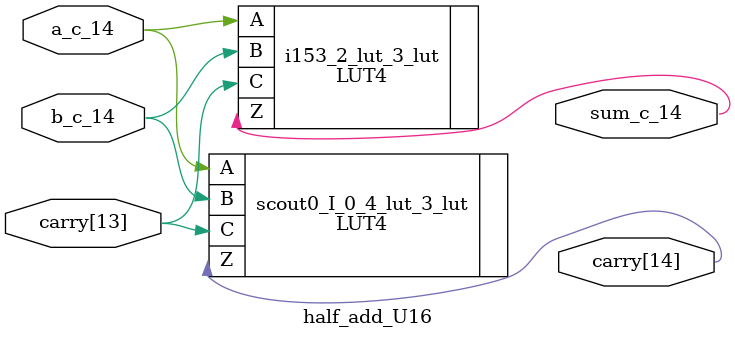
<source format=v>

module n_sum_1bit (cin, a, b, sum, cout);   // d:/rtl_fpga/vhdl/sum_component/nsumbits.vhd(4[8:18])
    input cin;   // d:/rtl_fpga/vhdl/sum_component/nsumbits.vhd(7[3:6])
    input [15:0]a;   // d:/rtl_fpga/vhdl/sum_component/nsumbits.vhd(8[3:4])
    input [15:0]b;   // d:/rtl_fpga/vhdl/sum_component/nsumbits.vhd(8[5:6])
    output [15:0]sum;   // d:/rtl_fpga/vhdl/sum_component/nsumbits.vhd(9[3:6])
    output cout;   // d:/rtl_fpga/vhdl/sum_component/nsumbits.vhd(10[3:7])
    
    
    wire cin_c, a_c_15, a_c_14, a_c_13, a_c_12, a_c_11, a_c_10, 
        a_c_9, a_c_8, a_c_7, a_c_6, a_c_5, a_c_4, a_c_3, a_c_2, 
        a_c_1, a_c_0, b_c_15, b_c_14, b_c_13, b_c_12, b_c_11, 
        b_c_10, b_c_9, b_c_8, b_c_7, b_c_6, b_c_5, b_c_4, b_c_3, 
        b_c_2, b_c_1, b_c_0, sum_c_15, sum_c_14, sum_c_13, sum_c_12, 
        sum_c_11, sum_c_10, sum_c_9, sum_c_8, sum_c_7, sum_c_6, 
        sum_c_5, sum_c_4, sum_c_3, sum_c_2, sum_c_1, sum_c_0;
    wire [15:0]carry;   // d:/rtl_fpga/vhdl/sum_component/nsumbits.vhd(15[9:14])
    
    wire VCC_net, GND_net;
    
    VHI i264 (.Z(VCC_net));
    OB sum_pad_6 (.I(sum_c_6), .O(sum[6]));   // d:/rtl_fpga/vhdl/sum_component/nsumbits.vhd(9[3:6])
    OB sum_pad_7 (.I(sum_c_7), .O(sum[7]));   // d:/rtl_fpga/vhdl/sum_component/nsumbits.vhd(9[3:6])
    GSR GSR_INST (.GSR(VCC_net));
    IB b_pad_0 (.I(b[0]), .O(b_c_0));   // d:/rtl_fpga/vhdl/sum_component/nsumbits.vhd(8[5:6])
    IB b_pad_1 (.I(b[1]), .O(b_c_1));   // d:/rtl_fpga/vhdl/sum_component/nsumbits.vhd(8[5:6])
    IB b_pad_2 (.I(b[2]), .O(b_c_2));   // d:/rtl_fpga/vhdl/sum_component/nsumbits.vhd(8[5:6])
    OB sum_pad_11 (.I(sum_c_11), .O(sum[11]));   // d:/rtl_fpga/vhdl/sum_component/nsumbits.vhd(9[3:6])
    IB b_pad_3 (.I(b[3]), .O(b_c_3));   // d:/rtl_fpga/vhdl/sum_component/nsumbits.vhd(8[5:6])
    IB b_pad_4 (.I(b[4]), .O(b_c_4));   // d:/rtl_fpga/vhdl/sum_component/nsumbits.vhd(8[5:6])
    OB sum_pad_12 (.I(sum_c_12), .O(sum[12]));   // d:/rtl_fpga/vhdl/sum_component/nsumbits.vhd(9[3:6])
    IB b_pad_5 (.I(b[5]), .O(b_c_5));   // d:/rtl_fpga/vhdl/sum_component/nsumbits.vhd(8[5:6])
    IB b_pad_6 (.I(b[6]), .O(b_c_6));   // d:/rtl_fpga/vhdl/sum_component/nsumbits.vhd(8[5:6])
    OB sum_pad_13 (.I(sum_c_13), .O(sum[13]));   // d:/rtl_fpga/vhdl/sum_component/nsumbits.vhd(9[3:6])
    IB b_pad_7 (.I(b[7]), .O(b_c_7));   // d:/rtl_fpga/vhdl/sum_component/nsumbits.vhd(8[5:6])
    IB b_pad_8 (.I(b[8]), .O(b_c_8));   // d:/rtl_fpga/vhdl/sum_component/nsumbits.vhd(8[5:6])
    OB sum_pad_14 (.I(sum_c_14), .O(sum[14]));   // d:/rtl_fpga/vhdl/sum_component/nsumbits.vhd(9[3:6])
    IB b_pad_9 (.I(b[9]), .O(b_c_9));   // d:/rtl_fpga/vhdl/sum_component/nsumbits.vhd(8[5:6])
    IB b_pad_10 (.I(b[10]), .O(b_c_10));   // d:/rtl_fpga/vhdl/sum_component/nsumbits.vhd(8[5:6])
    OB sum_pad_10 (.I(sum_c_10), .O(sum[10]));   // d:/rtl_fpga/vhdl/sum_component/nsumbits.vhd(9[3:6])
    IB b_pad_11 (.I(b[11]), .O(b_c_11));   // d:/rtl_fpga/vhdl/sum_component/nsumbits.vhd(8[5:6])
    IB b_pad_12 (.I(b[12]), .O(b_c_12));   // d:/rtl_fpga/vhdl/sum_component/nsumbits.vhd(8[5:6])
    IB b_pad_13 (.I(b[13]), .O(b_c_13));   // d:/rtl_fpga/vhdl/sum_component/nsumbits.vhd(8[5:6])
    IB b_pad_14 (.I(b[14]), .O(b_c_14));   // d:/rtl_fpga/vhdl/sum_component/nsumbits.vhd(8[5:6])
    IB b_pad_15 (.I(b[15]), .O(b_c_15));   // d:/rtl_fpga/vhdl/sum_component/nsumbits.vhd(8[5:6])
    IB a_pad_0 (.I(a[0]), .O(a_c_0));   // d:/rtl_fpga/vhdl/sum_component/nsumbits.vhd(8[3:4])
    IB a_pad_1 (.I(a[1]), .O(a_c_1));   // d:/rtl_fpga/vhdl/sum_component/nsumbits.vhd(8[3:4])
    IB a_pad_2 (.I(a[2]), .O(a_c_2));   // d:/rtl_fpga/vhdl/sum_component/nsumbits.vhd(8[3:4])
    IB a_pad_3 (.I(a[3]), .O(a_c_3));   // d:/rtl_fpga/vhdl/sum_component/nsumbits.vhd(8[3:4])
    IB a_pad_4 (.I(a[4]), .O(a_c_4));   // d:/rtl_fpga/vhdl/sum_component/nsumbits.vhd(8[3:4])
    IB a_pad_5 (.I(a[5]), .O(a_c_5));   // d:/rtl_fpga/vhdl/sum_component/nsumbits.vhd(8[3:4])
    IB a_pad_6 (.I(a[6]), .O(a_c_6));   // d:/rtl_fpga/vhdl/sum_component/nsumbits.vhd(8[3:4])
    IB a_pad_7 (.I(a[7]), .O(a_c_7));   // d:/rtl_fpga/vhdl/sum_component/nsumbits.vhd(8[3:4])
    IB a_pad_8 (.I(a[8]), .O(a_c_8));   // d:/rtl_fpga/vhdl/sum_component/nsumbits.vhd(8[3:4])
    IB a_pad_9 (.I(a[9]), .O(a_c_9));   // d:/rtl_fpga/vhdl/sum_component/nsumbits.vhd(8[3:4])
    IB a_pad_10 (.I(a[10]), .O(a_c_10));   // d:/rtl_fpga/vhdl/sum_component/nsumbits.vhd(8[3:4])
    IB a_pad_11 (.I(a[11]), .O(a_c_11));   // d:/rtl_fpga/vhdl/sum_component/nsumbits.vhd(8[3:4])
    IB a_pad_12 (.I(a[12]), .O(a_c_12));   // d:/rtl_fpga/vhdl/sum_component/nsumbits.vhd(8[3:4])
    IB a_pad_13 (.I(a[13]), .O(a_c_13));   // d:/rtl_fpga/vhdl/sum_component/nsumbits.vhd(8[3:4])
    IB a_pad_14 (.I(a[14]), .O(a_c_14));   // d:/rtl_fpga/vhdl/sum_component/nsumbits.vhd(8[3:4])
    IB a_pad_15 (.I(a[15]), .O(a_c_15));   // d:/rtl_fpga/vhdl/sum_component/nsumbits.vhd(8[3:4])
    OB sum_pad_15 (.I(sum_c_15), .O(sum[15]));   // d:/rtl_fpga/vhdl/sum_component/nsumbits.vhd(9[3:6])
    IB cin_pad (.I(cin), .O(cin_c));   // d:/rtl_fpga/vhdl/sum_component/nsumbits.vhd(7[3:6])
    OB cout_pad (.I(GND_net), .O(cout));   // d:/rtl_fpga/vhdl/sum_component/nsumbits.vhd(10[3:7])
    OB sum_pad_0 (.I(sum_c_0), .O(sum[0]));   // d:/rtl_fpga/vhdl/sum_component/nsumbits.vhd(9[3:6])
    OB sum_pad_1 (.I(sum_c_1), .O(sum[1]));   // d:/rtl_fpga/vhdl/sum_component/nsumbits.vhd(9[3:6])
    OB sum_pad_2 (.I(sum_c_2), .O(sum[2]));   // d:/rtl_fpga/vhdl/sum_component/nsumbits.vhd(9[3:6])
    OB sum_pad_3 (.I(sum_c_3), .O(sum[3]));   // d:/rtl_fpga/vhdl/sum_component/nsumbits.vhd(9[3:6])
    OB sum_pad_4 (.I(sum_c_4), .O(sum[4]));   // d:/rtl_fpga/vhdl/sum_component/nsumbits.vhd(9[3:6])
    OB sum_pad_9 (.I(sum_c_9), .O(sum[9]));   // d:/rtl_fpga/vhdl/sum_component/nsumbits.vhd(9[3:6])
    OB sum_pad_5 (.I(sum_c_5), .O(sum[5]));   // d:/rtl_fpga/vhdl/sum_component/nsumbits.vhd(9[3:6])
    OB sum_pad_8 (.I(sum_c_8), .O(sum[8]));   // d:/rtl_fpga/vhdl/sum_component/nsumbits.vhd(9[3:6])
    sum_1bit_U38 \g1_0..add0.uut  (.cin_c(cin_c), .a_c_0(a_c_0), .b_c_0(b_c_0), 
            .sum_c_0(sum_c_0), .\carry[0] (carry[0]));   // d:/rtl_fpga/vhdl/sum_component/nsumbits.vhd(26[8:16])
    sum_1bit_U34 \g1_13..adds.uut  (.a_c_13(a_c_13), .b_c_13(b_c_13), .\carry[12] (carry[12]), 
            .sum_c_13(sum_c_13), .\carry[13] (carry[13]));   // d:/rtl_fpga/vhdl/sum_component/nsumbits.vhd(35[8:16])
    sum_1bit_U32 \g1_15..adds.uut  (.\carry[14] (carry[14]), .b_c_15(b_c_15), 
            .a_c_15(a_c_15), .sum_c_15(sum_c_15));   // d:/rtl_fpga/vhdl/sum_component/nsumbits.vhd(35[8:16])
    sum_1bit_U31 \g1_1..adds.uut  (.\carry[0] (carry[0]), .a_c_1(a_c_1), 
            .b_c_1(b_c_1), .sum_c_1(sum_c_1), .\carry[1] (carry[1]));   // d:/rtl_fpga/vhdl/sum_component/nsumbits.vhd(35[8:16])
    sum_1bit_U30 \g1_2..adds.uut  (.\carry[1] (carry[1]), .a_c_2(a_c_2), 
            .b_c_2(b_c_2), .sum_c_2(sum_c_2), .\carry[2] (carry[2]));   // d:/rtl_fpga/vhdl/sum_component/nsumbits.vhd(35[8:16])
    sum_1bit_U29 \g1_3..adds.uut  (.\carry[2] (carry[2]), .a_c_3(a_c_3), 
            .b_c_3(b_c_3), .sum_c_3(sum_c_3), .\carry[3] (carry[3]));   // d:/rtl_fpga/vhdl/sum_component/nsumbits.vhd(35[8:16])
    sum_1bit_U24 \g1_8..adds.uut  (.\carry[7] (carry[7]), .a_c_8(a_c_8), 
            .b_c_8(b_c_8), .sum_c_8(sum_c_8), .\carry[8] (carry[8]));   // d:/rtl_fpga/vhdl/sum_component/nsumbits.vhd(35[8:16])
    sum_1bit_U28 \g1_4..adds.uut  (.\carry[3] (carry[3]), .a_c_4(a_c_4), 
            .b_c_4(b_c_4), .sum_c_4(sum_c_4), .\carry[4] (carry[4]));   // d:/rtl_fpga/vhdl/sum_component/nsumbits.vhd(35[8:16])
    sum_1bit_U25 \g1_7..adds.uut  (.a_c_7(a_c_7), .b_c_7(b_c_7), .\carry[6] (carry[6]), 
            .sum_c_7(sum_c_7), .\carry[7] (carry[7]));   // d:/rtl_fpga/vhdl/sum_component/nsumbits.vhd(35[8:16])
    sum_1bit_U35 \g1_12..adds.uut  (.a_c_12(a_c_12), .b_c_12(b_c_12), .\carry[11] (carry[11]), 
            .sum_c_12(sum_c_12), .\carry[12] (carry[12]));   // d:/rtl_fpga/vhdl/sum_component/nsumbits.vhd(35[8:16])
    sum_1bit_U36 \g1_11..adds.uut  (.a_c_11(a_c_11), .b_c_11(b_c_11), .\carry[10] (carry[10]), 
            .sum_c_11(sum_c_11), .\carry[11] (carry[11]));   // d:/rtl_fpga/vhdl/sum_component/nsumbits.vhd(35[8:16])
    sum_1bit_U37 \g1_10..adds.uut  (.\carry[9] (carry[9]), .a_c_10(a_c_10), 
            .b_c_10(b_c_10), .sum_c_10(sum_c_10), .\carry[10] (carry[10]));   // d:/rtl_fpga/vhdl/sum_component/nsumbits.vhd(35[8:16])
    sum_1bit_U27 \g1_5..adds.uut  (.\carry[4] (carry[4]), .a_c_5(a_c_5), 
            .b_c_5(b_c_5), .sum_c_5(sum_c_5), .\carry[5] (carry[5]));   // d:/rtl_fpga/vhdl/sum_component/nsumbits.vhd(35[8:16])
    sum_1bit_U26 \g1_6..adds.uut  (.a_c_6(a_c_6), .b_c_6(b_c_6), .\carry[5] (carry[5]), 
            .sum_c_6(sum_c_6), .\carry[6] (carry[6]));   // d:/rtl_fpga/vhdl/sum_component/nsumbits.vhd(35[8:16])
    sum_1bit \g1_9..adds.uut  (.\carry[8] (carry[8]), .a_c_9(a_c_9), .b_c_9(b_c_9), 
            .sum_c_9(sum_c_9), .\carry[9] (carry[9]));   // d:/rtl_fpga/vhdl/sum_component/nsumbits.vhd(35[8:16])
    sum_1bit_U33 \g1_14..adds.uut  (.a_c_14(a_c_14), .b_c_14(b_c_14), .\carry[13] (carry[13]), 
            .sum_c_14(sum_c_14), .\carry[14] (carry[14]));   // d:/rtl_fpga/vhdl/sum_component/nsumbits.vhd(35[8:16])
    PUR PUR_INST (.PUR(VCC_net));
    defparam PUR_INST.RST_PULSE = 1;
    VLO i7 (.Z(GND_net));
    
endmodule
//
// Verilog Description of module sum_1bit_U38
//

module sum_1bit_U38 (cin_c, a_c_0, b_c_0, sum_c_0, \carry[0] );
    input cin_c;
    input a_c_0;
    input b_c_0;
    output sum_c_0;
    output \carry[0] ;
    
    
    half_add_U22 hadd1 (.cin_c(cin_c), .a_c_0(a_c_0), .b_c_0(b_c_0), .sum_c_0(sum_c_0));   // d:/rtl_fpga/vhdl/sum_component/sum_1bit.vhd(31[8:16])
    half_add_U23 hadd0 (.a_c_0(a_c_0), .b_c_0(b_c_0), .cin_c(cin_c), .\carry[0] (\carry[0] ));   // d:/rtl_fpga/vhdl/sum_component/sum_1bit.vhd(25[8:16])
    
endmodule
//
// Verilog Description of module half_add_U22
//

module half_add_U22 (cin_c, a_c_0, b_c_0, sum_c_0);
    input cin_c;
    input a_c_0;
    input b_c_0;
    output sum_c_0;
    
    
    LUT4 i55_3_lut (.A(cin_c), .B(a_c_0), .C(b_c_0), .Z(sum_c_0)) /* synthesis lut_function=(A (B (C)+!B !(C))+!A !(B (C)+!B !(C))) */ ;
    defparam i55_3_lut.init = 16'h9696;
    
endmodule
//
// Verilog Description of module half_add_U23
//

module half_add_U23 (a_c_0, b_c_0, cin_c, \carry[0] );
    input a_c_0;
    input b_c_0;
    input cin_c;
    output \carry[0] ;
    
    
    LUT4 scout0_I_0_4_lut_3_lut (.A(a_c_0), .B(b_c_0), .C(cin_c), .Z(\carry[0] )) /* synthesis lut_function=(A (B+(C))+!A (B (C))) */ ;
    defparam scout0_I_0_4_lut_3_lut.init = 16'he8e8;
    
endmodule
//
// Verilog Description of module sum_1bit_U34
//

module sum_1bit_U34 (a_c_13, b_c_13, \carry[12] , sum_c_13, \carry[13] );
    input a_c_13;
    input b_c_13;
    input \carry[12] ;
    output sum_c_13;
    output \carry[13] ;
    
    
    half_add_U17 hadd0 (.a_c_13(a_c_13), .b_c_13(b_c_13), .\carry[12] (\carry[12] ), 
            .sum_c_13(sum_c_13), .\carry[13] (\carry[13] ));   // d:/rtl_fpga/vhdl/sum_component/sum_1bit.vhd(25[8:16])
    
endmodule
//
// Verilog Description of module half_add_U17
//

module half_add_U17 (a_c_13, b_c_13, \carry[12] , sum_c_13, \carry[13] );
    input a_c_13;
    input b_c_13;
    input \carry[12] ;
    output sum_c_13;
    output \carry[13] ;
    
    
    LUT4 i146_2_lut_3_lut (.A(a_c_13), .B(b_c_13), .C(\carry[12] ), .Z(sum_c_13)) /* synthesis lut_function=(A (B (C)+!B !(C))+!A !(B (C)+!B !(C))) */ ;
    defparam i146_2_lut_3_lut.init = 16'h9696;
    LUT4 scout0_I_0_4_lut_3_lut (.A(a_c_13), .B(b_c_13), .C(\carry[12] ), 
         .Z(\carry[13] )) /* synthesis lut_function=(A (B+(C))+!A (B (C))) */ ;
    defparam scout0_I_0_4_lut_3_lut.init = 16'he8e8;
    
endmodule
//
// Verilog Description of module sum_1bit_U32
//

module sum_1bit_U32 (\carry[14] , b_c_15, a_c_15, sum_c_15);
    input \carry[14] ;
    input b_c_15;
    input a_c_15;
    output sum_c_15;
    
    
    half_add_U15 hadd1 (.\carry[14] (\carry[14] ), .b_c_15(b_c_15), .a_c_15(a_c_15), 
            .sum_c_15(sum_c_15));   // d:/rtl_fpga/vhdl/sum_component/sum_1bit.vhd(31[8:16])
    
endmodule
//
// Verilog Description of module half_add_U15
//

module half_add_U15 (\carry[14] , b_c_15, a_c_15, sum_c_15);
    input \carry[14] ;
    input b_c_15;
    input a_c_15;
    output sum_c_15;
    
    
    LUT4 i2_3_lut (.A(\carry[14] ), .B(b_c_15), .C(a_c_15), .Z(sum_c_15)) /* synthesis lut_function=(A (B (C)+!B !(C))+!A !(B (C)+!B !(C))) */ ;
    defparam i2_3_lut.init = 16'h9696;
    
endmodule
//
// Verilog Description of module sum_1bit_U31
//

module sum_1bit_U31 (\carry[0] , a_c_1, b_c_1, sum_c_1, \carry[1] );
    input \carry[0] ;
    input a_c_1;
    input b_c_1;
    output sum_c_1;
    output \carry[1] ;
    
    
    half_add_U13 hadd1 (.\carry[0] (\carry[0] ), .a_c_1(a_c_1), .b_c_1(b_c_1), 
            .sum_c_1(sum_c_1));   // d:/rtl_fpga/vhdl/sum_component/sum_1bit.vhd(31[8:16])
    half_add_U14 hadd0 (.a_c_1(a_c_1), .b_c_1(b_c_1), .\carry[0] (\carry[0] ), 
            .\carry[1] (\carry[1] ));   // d:/rtl_fpga/vhdl/sum_component/sum_1bit.vhd(25[8:16])
    
endmodule
//
// Verilog Description of module half_add_U13
//

module half_add_U13 (\carry[0] , a_c_1, b_c_1, sum_c_1);
    input \carry[0] ;
    input a_c_1;
    input b_c_1;
    output sum_c_1;
    
    
    LUT4 i62_3_lut (.A(\carry[0] ), .B(a_c_1), .C(b_c_1), .Z(sum_c_1)) /* synthesis lut_function=(A (B (C)+!B !(C))+!A !(B (C)+!B !(C))) */ ;
    defparam i62_3_lut.init = 16'h9696;
    
endmodule
//
// Verilog Description of module half_add_U14
//

module half_add_U14 (a_c_1, b_c_1, \carry[0] , \carry[1] );
    input a_c_1;
    input b_c_1;
    input \carry[0] ;
    output \carry[1] ;
    
    
    LUT4 scout0_I_0_4_lut_3_lut (.A(a_c_1), .B(b_c_1), .C(\carry[0] ), 
         .Z(\carry[1] )) /* synthesis lut_function=(A (B+(C))+!A (B (C))) */ ;
    defparam scout0_I_0_4_lut_3_lut.init = 16'he8e8;
    
endmodule
//
// Verilog Description of module sum_1bit_U30
//

module sum_1bit_U30 (\carry[1] , a_c_2, b_c_2, sum_c_2, \carry[2] );
    input \carry[1] ;
    input a_c_2;
    input b_c_2;
    output sum_c_2;
    output \carry[2] ;
    
    
    half_add_U11 hadd1 (.\carry[1] (\carry[1] ), .a_c_2(a_c_2), .b_c_2(b_c_2), 
            .sum_c_2(sum_c_2));   // d:/rtl_fpga/vhdl/sum_component/sum_1bit.vhd(31[8:16])
    half_add_U12 hadd0 (.a_c_2(a_c_2), .b_c_2(b_c_2), .\carry[1] (\carry[1] ), 
            .\carry[2] (\carry[2] ));   // d:/rtl_fpga/vhdl/sum_component/sum_1bit.vhd(25[8:16])
    
endmodule
//
// Verilog Description of module half_add_U11
//

module half_add_U11 (\carry[1] , a_c_2, b_c_2, sum_c_2);
    input \carry[1] ;
    input a_c_2;
    input b_c_2;
    output sum_c_2;
    
    
    LUT4 i69_3_lut (.A(\carry[1] ), .B(a_c_2), .C(b_c_2), .Z(sum_c_2)) /* synthesis lut_function=(A (B (C)+!B !(C))+!A !(B (C)+!B !(C))) */ ;
    defparam i69_3_lut.init = 16'h9696;
    
endmodule
//
// Verilog Description of module half_add_U12
//

module half_add_U12 (a_c_2, b_c_2, \carry[1] , \carry[2] );
    input a_c_2;
    input b_c_2;
    input \carry[1] ;
    output \carry[2] ;
    
    
    LUT4 scout0_I_0_4_lut_3_lut (.A(a_c_2), .B(b_c_2), .C(\carry[1] ), 
         .Z(\carry[2] )) /* synthesis lut_function=(A (B+(C))+!A (B (C))) */ ;
    defparam scout0_I_0_4_lut_3_lut.init = 16'he8e8;
    
endmodule
//
// Verilog Description of module sum_1bit_U29
//

module sum_1bit_U29 (\carry[2] , a_c_3, b_c_3, sum_c_3, \carry[3] );
    input \carry[2] ;
    input a_c_3;
    input b_c_3;
    output sum_c_3;
    output \carry[3] ;
    
    
    half_add_U9 hadd1 (.\carry[2] (\carry[2] ), .a_c_3(a_c_3), .b_c_3(b_c_3), 
            .sum_c_3(sum_c_3));   // d:/rtl_fpga/vhdl/sum_component/sum_1bit.vhd(31[8:16])
    half_add_U10 hadd0 (.a_c_3(a_c_3), .b_c_3(b_c_3), .\carry[2] (\carry[2] ), 
            .\carry[3] (\carry[3] ));   // d:/rtl_fpga/vhdl/sum_component/sum_1bit.vhd(25[8:16])
    
endmodule
//
// Verilog Description of module half_add_U9
//

module half_add_U9 (\carry[2] , a_c_3, b_c_3, sum_c_3);
    input \carry[2] ;
    input a_c_3;
    input b_c_3;
    output sum_c_3;
    
    
    LUT4 i76_3_lut (.A(\carry[2] ), .B(a_c_3), .C(b_c_3), .Z(sum_c_3)) /* synthesis lut_function=(A (B (C)+!B !(C))+!A !(B (C)+!B !(C))) */ ;
    defparam i76_3_lut.init = 16'h9696;
    
endmodule
//
// Verilog Description of module half_add_U10
//

module half_add_U10 (a_c_3, b_c_3, \carry[2] , \carry[3] );
    input a_c_3;
    input b_c_3;
    input \carry[2] ;
    output \carry[3] ;
    
    
    LUT4 scout0_I_0_4_lut_3_lut (.A(a_c_3), .B(b_c_3), .C(\carry[2] ), 
         .Z(\carry[3] )) /* synthesis lut_function=(A (B+(C))+!A (B (C))) */ ;
    defparam scout0_I_0_4_lut_3_lut.init = 16'he8e8;
    
endmodule
//
// Verilog Description of module sum_1bit_U24
//

module sum_1bit_U24 (\carry[7] , a_c_8, b_c_8, sum_c_8, \carry[8] );
    input \carry[7] ;
    input a_c_8;
    input b_c_8;
    output sum_c_8;
    output \carry[8] ;
    
    
    half_add_U1 hadd1 (.\carry[7] (\carry[7] ), .a_c_8(a_c_8), .b_c_8(b_c_8), 
            .sum_c_8(sum_c_8));   // d:/rtl_fpga/vhdl/sum_component/sum_1bit.vhd(31[8:16])
    half_add_U2 hadd0 (.a_c_8(a_c_8), .b_c_8(b_c_8), .\carry[7] (\carry[7] ), 
            .\carry[8] (\carry[8] ));   // d:/rtl_fpga/vhdl/sum_component/sum_1bit.vhd(25[8:16])
    
endmodule
//
// Verilog Description of module half_add_U1
//

module half_add_U1 (\carry[7] , a_c_8, b_c_8, sum_c_8);
    input \carry[7] ;
    input a_c_8;
    input b_c_8;
    output sum_c_8;
    
    
    LUT4 i111_3_lut (.A(\carry[7] ), .B(a_c_8), .C(b_c_8), .Z(sum_c_8)) /* synthesis lut_function=(A (B (C)+!B !(C))+!A !(B (C)+!B !(C))) */ ;
    defparam i111_3_lut.init = 16'h9696;
    
endmodule
//
// Verilog Description of module half_add_U2
//

module half_add_U2 (a_c_8, b_c_8, \carry[7] , \carry[8] );
    input a_c_8;
    input b_c_8;
    input \carry[7] ;
    output \carry[8] ;
    
    
    LUT4 scout0_I_0_4_lut_3_lut (.A(a_c_8), .B(b_c_8), .C(\carry[7] ), 
         .Z(\carry[8] )) /* synthesis lut_function=(A (B+(C))+!A (B (C))) */ ;
    defparam scout0_I_0_4_lut_3_lut.init = 16'he8e8;
    
endmodule
//
// Verilog Description of module sum_1bit_U28
//

module sum_1bit_U28 (\carry[3] , a_c_4, b_c_4, sum_c_4, \carry[4] );
    input \carry[3] ;
    input a_c_4;
    input b_c_4;
    output sum_c_4;
    output \carry[4] ;
    
    
    half_add_U7 hadd1 (.\carry[3] (\carry[3] ), .a_c_4(a_c_4), .b_c_4(b_c_4), 
            .sum_c_4(sum_c_4));   // d:/rtl_fpga/vhdl/sum_component/sum_1bit.vhd(31[8:16])
    half_add_U8 hadd0 (.a_c_4(a_c_4), .b_c_4(b_c_4), .\carry[3] (\carry[3] ), 
            .\carry[4] (\carry[4] ));   // d:/rtl_fpga/vhdl/sum_component/sum_1bit.vhd(25[8:16])
    
endmodule
//
// Verilog Description of module half_add_U7
//

module half_add_U7 (\carry[3] , a_c_4, b_c_4, sum_c_4);
    input \carry[3] ;
    input a_c_4;
    input b_c_4;
    output sum_c_4;
    
    
    LUT4 i83_3_lut (.A(\carry[3] ), .B(a_c_4), .C(b_c_4), .Z(sum_c_4)) /* synthesis lut_function=(A (B (C)+!B !(C))+!A !(B (C)+!B !(C))) */ ;
    defparam i83_3_lut.init = 16'h9696;
    
endmodule
//
// Verilog Description of module half_add_U8
//

module half_add_U8 (a_c_4, b_c_4, \carry[3] , \carry[4] );
    input a_c_4;
    input b_c_4;
    input \carry[3] ;
    output \carry[4] ;
    
    
    LUT4 scout0_I_0_4_lut_3_lut (.A(a_c_4), .B(b_c_4), .C(\carry[3] ), 
         .Z(\carry[4] )) /* synthesis lut_function=(A (B+(C))+!A (B (C))) */ ;
    defparam scout0_I_0_4_lut_3_lut.init = 16'he8e8;
    
endmodule
//
// Verilog Description of module sum_1bit_U25
//

module sum_1bit_U25 (a_c_7, b_c_7, \carry[6] , sum_c_7, \carry[7] );
    input a_c_7;
    input b_c_7;
    input \carry[6] ;
    output sum_c_7;
    output \carry[7] ;
    
    
    half_add_U3 hadd0 (.a_c_7(a_c_7), .b_c_7(b_c_7), .\carry[6] (\carry[6] ), 
            .sum_c_7(sum_c_7), .\carry[7] (\carry[7] ));   // d:/rtl_fpga/vhdl/sum_component/sum_1bit.vhd(25[8:16])
    
endmodule
//
// Verilog Description of module half_add_U3
//

module half_add_U3 (a_c_7, b_c_7, \carry[6] , sum_c_7, \carry[7] );
    input a_c_7;
    input b_c_7;
    input \carry[6] ;
    output sum_c_7;
    output \carry[7] ;
    
    
    LUT4 i104_2_lut_3_lut (.A(a_c_7), .B(b_c_7), .C(\carry[6] ), .Z(sum_c_7)) /* synthesis lut_function=(A (B (C)+!B !(C))+!A !(B (C)+!B !(C))) */ ;
    defparam i104_2_lut_3_lut.init = 16'h9696;
    LUT4 scout0_I_0_4_lut_3_lut (.A(a_c_7), .B(b_c_7), .C(\carry[6] ), 
         .Z(\carry[7] )) /* synthesis lut_function=(A (B+(C))+!A (B (C))) */ ;
    defparam scout0_I_0_4_lut_3_lut.init = 16'he8e8;
    
endmodule
//
// Verilog Description of module sum_1bit_U35
//

module sum_1bit_U35 (a_c_12, b_c_12, \carry[11] , sum_c_12, \carry[12] );
    input a_c_12;
    input b_c_12;
    input \carry[11] ;
    output sum_c_12;
    output \carry[12] ;
    
    
    half_add_U18 hadd0 (.a_c_12(a_c_12), .b_c_12(b_c_12), .\carry[11] (\carry[11] ), 
            .sum_c_12(sum_c_12), .\carry[12] (\carry[12] ));   // d:/rtl_fpga/vhdl/sum_component/sum_1bit.vhd(25[8:16])
    
endmodule
//
// Verilog Description of module half_add_U18
//

module half_add_U18 (a_c_12, b_c_12, \carry[11] , sum_c_12, \carry[12] );
    input a_c_12;
    input b_c_12;
    input \carry[11] ;
    output sum_c_12;
    output \carry[12] ;
    
    
    LUT4 i139_2_lut_3_lut (.A(a_c_12), .B(b_c_12), .C(\carry[11] ), .Z(sum_c_12)) /* synthesis lut_function=(A (B (C)+!B !(C))+!A !(B (C)+!B !(C))) */ ;
    defparam i139_2_lut_3_lut.init = 16'h9696;
    LUT4 scout0_I_0_4_lut_3_lut (.A(a_c_12), .B(b_c_12), .C(\carry[11] ), 
         .Z(\carry[12] )) /* synthesis lut_function=(A (B+(C))+!A (B (C))) */ ;
    defparam scout0_I_0_4_lut_3_lut.init = 16'he8e8;
    
endmodule
//
// Verilog Description of module sum_1bit_U36
//

module sum_1bit_U36 (a_c_11, b_c_11, \carry[10] , sum_c_11, \carry[11] );
    input a_c_11;
    input b_c_11;
    input \carry[10] ;
    output sum_c_11;
    output \carry[11] ;
    
    
    half_add_U19 hadd0 (.a_c_11(a_c_11), .b_c_11(b_c_11), .\carry[10] (\carry[10] ), 
            .sum_c_11(sum_c_11), .\carry[11] (\carry[11] ));   // d:/rtl_fpga/vhdl/sum_component/sum_1bit.vhd(25[8:16])
    
endmodule
//
// Verilog Description of module half_add_U19
//

module half_add_U19 (a_c_11, b_c_11, \carry[10] , sum_c_11, \carry[11] );
    input a_c_11;
    input b_c_11;
    input \carry[10] ;
    output sum_c_11;
    output \carry[11] ;
    
    
    LUT4 i132_2_lut_3_lut (.A(a_c_11), .B(b_c_11), .C(\carry[10] ), .Z(sum_c_11)) /* synthesis lut_function=(A (B (C)+!B !(C))+!A !(B (C)+!B !(C))) */ ;
    defparam i132_2_lut_3_lut.init = 16'h9696;
    LUT4 scout0_I_0_4_lut_3_lut (.A(a_c_11), .B(b_c_11), .C(\carry[10] ), 
         .Z(\carry[11] )) /* synthesis lut_function=(A (B+(C))+!A (B (C))) */ ;
    defparam scout0_I_0_4_lut_3_lut.init = 16'he8e8;
    
endmodule
//
// Verilog Description of module sum_1bit_U37
//

module sum_1bit_U37 (\carry[9] , a_c_10, b_c_10, sum_c_10, \carry[10] );
    input \carry[9] ;
    input a_c_10;
    input b_c_10;
    output sum_c_10;
    output \carry[10] ;
    
    
    half_add_U20 hadd1 (.\carry[9] (\carry[9] ), .a_c_10(a_c_10), .b_c_10(b_c_10), 
            .sum_c_10(sum_c_10));   // d:/rtl_fpga/vhdl/sum_component/sum_1bit.vhd(31[8:16])
    half_add_U21 hadd0 (.a_c_10(a_c_10), .b_c_10(b_c_10), .\carry[9] (\carry[9] ), 
            .\carry[10] (\carry[10] ));   // d:/rtl_fpga/vhdl/sum_component/sum_1bit.vhd(25[8:16])
    
endmodule
//
// Verilog Description of module half_add_U20
//

module half_add_U20 (\carry[9] , a_c_10, b_c_10, sum_c_10);
    input \carry[9] ;
    input a_c_10;
    input b_c_10;
    output sum_c_10;
    
    
    LUT4 i125_3_lut (.A(\carry[9] ), .B(a_c_10), .C(b_c_10), .Z(sum_c_10)) /* synthesis lut_function=(A (B (C)+!B !(C))+!A !(B (C)+!B !(C))) */ ;
    defparam i125_3_lut.init = 16'h9696;
    
endmodule
//
// Verilog Description of module half_add_U21
//

module half_add_U21 (a_c_10, b_c_10, \carry[9] , \carry[10] );
    input a_c_10;
    input b_c_10;
    input \carry[9] ;
    output \carry[10] ;
    
    
    LUT4 scout0_I_0_4_lut_3_lut (.A(a_c_10), .B(b_c_10), .C(\carry[9] ), 
         .Z(\carry[10] )) /* synthesis lut_function=(A (B+(C))+!A (B (C))) */ ;
    defparam scout0_I_0_4_lut_3_lut.init = 16'he8e8;
    
endmodule
//
// Verilog Description of module sum_1bit_U27
//

module sum_1bit_U27 (\carry[4] , a_c_5, b_c_5, sum_c_5, \carry[5] );
    input \carry[4] ;
    input a_c_5;
    input b_c_5;
    output sum_c_5;
    output \carry[5] ;
    
    
    half_add_U5 hadd1 (.\carry[4] (\carry[4] ), .a_c_5(a_c_5), .b_c_5(b_c_5), 
            .sum_c_5(sum_c_5));   // d:/rtl_fpga/vhdl/sum_component/sum_1bit.vhd(31[8:16])
    half_add_U6 hadd0 (.a_c_5(a_c_5), .b_c_5(b_c_5), .\carry[4] (\carry[4] ), 
            .\carry[5] (\carry[5] ));   // d:/rtl_fpga/vhdl/sum_component/sum_1bit.vhd(25[8:16])
    
endmodule
//
// Verilog Description of module half_add_U5
//

module half_add_U5 (\carry[4] , a_c_5, b_c_5, sum_c_5);
    input \carry[4] ;
    input a_c_5;
    input b_c_5;
    output sum_c_5;
    
    
    LUT4 i90_3_lut (.A(\carry[4] ), .B(a_c_5), .C(b_c_5), .Z(sum_c_5)) /* synthesis lut_function=(A (B (C)+!B !(C))+!A !(B (C)+!B !(C))) */ ;
    defparam i90_3_lut.init = 16'h9696;
    
endmodule
//
// Verilog Description of module half_add_U6
//

module half_add_U6 (a_c_5, b_c_5, \carry[4] , \carry[5] );
    input a_c_5;
    input b_c_5;
    input \carry[4] ;
    output \carry[5] ;
    
    
    LUT4 scout0_I_0_4_lut_3_lut (.A(a_c_5), .B(b_c_5), .C(\carry[4] ), 
         .Z(\carry[5] )) /* synthesis lut_function=(A (B+(C))+!A (B (C))) */ ;
    defparam scout0_I_0_4_lut_3_lut.init = 16'he8e8;
    
endmodule
//
// Verilog Description of module sum_1bit_U26
//

module sum_1bit_U26 (a_c_6, b_c_6, \carry[5] , sum_c_6, \carry[6] );
    input a_c_6;
    input b_c_6;
    input \carry[5] ;
    output sum_c_6;
    output \carry[6] ;
    
    
    half_add_U4 hadd0 (.a_c_6(a_c_6), .b_c_6(b_c_6), .\carry[5] (\carry[5] ), 
            .sum_c_6(sum_c_6), .\carry[6] (\carry[6] ));   // d:/rtl_fpga/vhdl/sum_component/sum_1bit.vhd(25[8:16])
    
endmodule
//
// Verilog Description of module half_add_U4
//

module half_add_U4 (a_c_6, b_c_6, \carry[5] , sum_c_6, \carry[6] );
    input a_c_6;
    input b_c_6;
    input \carry[5] ;
    output sum_c_6;
    output \carry[6] ;
    
    
    LUT4 i97_2_lut_3_lut (.A(a_c_6), .B(b_c_6), .C(\carry[5] ), .Z(sum_c_6)) /* synthesis lut_function=(A (B (C)+!B !(C))+!A !(B (C)+!B !(C))) */ ;
    defparam i97_2_lut_3_lut.init = 16'h9696;
    LUT4 scout0_I_0_4_lut_3_lut (.A(a_c_6), .B(b_c_6), .C(\carry[5] ), 
         .Z(\carry[6] )) /* synthesis lut_function=(A (B+(C))+!A (B (C))) */ ;
    defparam scout0_I_0_4_lut_3_lut.init = 16'he8e8;
    
endmodule
//
// Verilog Description of module sum_1bit
//

module sum_1bit (\carry[8] , a_c_9, b_c_9, sum_c_9, \carry[9] );
    input \carry[8] ;
    input a_c_9;
    input b_c_9;
    output sum_c_9;
    output \carry[9] ;
    
    
    half_add hadd1 (.\carry[8] (\carry[8] ), .a_c_9(a_c_9), .b_c_9(b_c_9), 
            .sum_c_9(sum_c_9));   // d:/rtl_fpga/vhdl/sum_component/sum_1bit.vhd(31[8:16])
    half_add_U0 hadd0 (.a_c_9(a_c_9), .b_c_9(b_c_9), .\carry[8] (\carry[8] ), 
            .\carry[9] (\carry[9] ));   // d:/rtl_fpga/vhdl/sum_component/sum_1bit.vhd(25[8:16])
    
endmodule
//
// Verilog Description of module half_add
//

module half_add (\carry[8] , a_c_9, b_c_9, sum_c_9);
    input \carry[8] ;
    input a_c_9;
    input b_c_9;
    output sum_c_9;
    
    
    LUT4 i118_3_lut (.A(\carry[8] ), .B(a_c_9), .C(b_c_9), .Z(sum_c_9)) /* synthesis lut_function=(A (B (C)+!B !(C))+!A !(B (C)+!B !(C))) */ ;
    defparam i118_3_lut.init = 16'h9696;
    
endmodule
//
// Verilog Description of module half_add_U0
//

module half_add_U0 (a_c_9, b_c_9, \carry[8] , \carry[9] );
    input a_c_9;
    input b_c_9;
    input \carry[8] ;
    output \carry[9] ;
    
    
    LUT4 scout0_I_0_4_lut_3_lut (.A(a_c_9), .B(b_c_9), .C(\carry[8] ), 
         .Z(\carry[9] )) /* synthesis lut_function=(A (B+(C))+!A (B (C))) */ ;
    defparam scout0_I_0_4_lut_3_lut.init = 16'he8e8;
    
endmodule
//
// Verilog Description of module sum_1bit_U33
//

module sum_1bit_U33 (a_c_14, b_c_14, \carry[13] , sum_c_14, \carry[14] );
    input a_c_14;
    input b_c_14;
    input \carry[13] ;
    output sum_c_14;
    output \carry[14] ;
    
    
    half_add_U16 hadd0 (.a_c_14(a_c_14), .b_c_14(b_c_14), .\carry[13] (\carry[13] ), 
            .sum_c_14(sum_c_14), .\carry[14] (\carry[14] ));   // d:/rtl_fpga/vhdl/sum_component/sum_1bit.vhd(25[8:16])
    
endmodule
//
// Verilog Description of module half_add_U16
//

module half_add_U16 (a_c_14, b_c_14, \carry[13] , sum_c_14, \carry[14] );
    input a_c_14;
    input b_c_14;
    input \carry[13] ;
    output sum_c_14;
    output \carry[14] ;
    
    
    LUT4 i153_2_lut_3_lut (.A(a_c_14), .B(b_c_14), .C(\carry[13] ), .Z(sum_c_14)) /* synthesis lut_function=(A (B (C)+!B !(C))+!A !(B (C)+!B !(C))) */ ;
    defparam i153_2_lut_3_lut.init = 16'h9696;
    LUT4 scout0_I_0_4_lut_3_lut (.A(a_c_14), .B(b_c_14), .C(\carry[13] ), 
         .Z(\carry[14] )) /* synthesis lut_function=(A (B+(C))+!A (B (C))) */ ;
    defparam scout0_I_0_4_lut_3_lut.init = 16'he8e8;
    
endmodule
//
// Verilog Description of module PUR
// module not written out since it is a black-box. 
//


</source>
